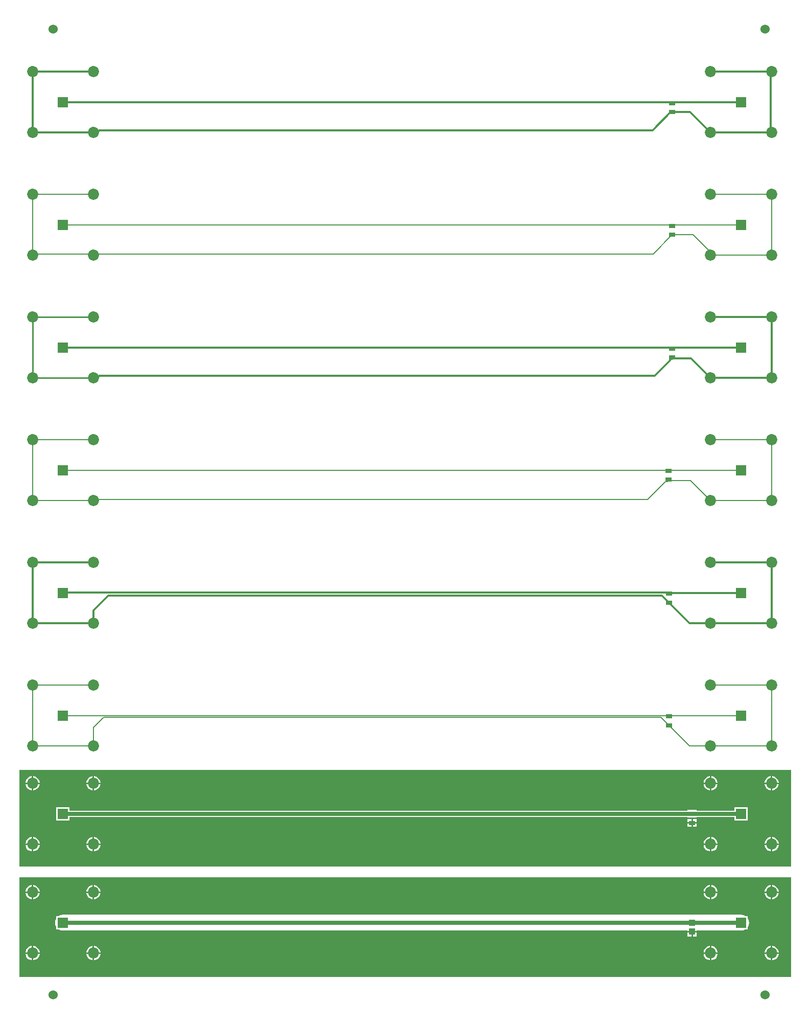
<source format=gbr>
%TF.GenerationSoftware,Altium Limited,Altium Designer,24.2.2 (26)*%
G04 Layer_Physical_Order=1*
G04 Layer_Color=255*
%FSLAX25Y25*%
%MOIN*%
%TF.SameCoordinates,61B93A5C-ACDD-4E93-83ED-5FE4BE46D4D4*%
%TF.FilePolarity,Positive*%
%TF.FileFunction,Copper,L1,Top,Signal*%
%TF.Part,Single*%
G01*
G75*
%TA.AperFunction,SMDPad,CuDef*%
%ADD10R,0.03937X0.02953*%
%ADD11R,0.03961X0.04153*%
%TA.AperFunction,Conductor*%
%ADD12C,0.01200*%
%ADD13C,0.00600*%
%ADD14C,0.01000*%
%ADD15C,0.02500*%
%TA.AperFunction,ComponentPad*%
%ADD16R,0.06693X0.06693*%
%ADD17C,0.07284*%
%TA.AperFunction,WasherPad*%
%ADD18C,0.06000*%
G36*
X603600Y127000D02*
X100000D01*
Y190000D01*
X603600D01*
Y127000D01*
D02*
G37*
G36*
Y55000D02*
X100000D01*
Y120000D01*
X603600D01*
Y55000D01*
D02*
G37*
%LPC*%
G36*
X591593Y186023D02*
X591482D01*
Y181882D01*
X595623D01*
Y181993D01*
X595307Y183173D01*
X594696Y184232D01*
X593832Y185096D01*
X592773Y185707D01*
X591593Y186023D01*
D02*
G37*
G36*
X551829D02*
X551718D01*
Y181882D01*
X555860D01*
Y181993D01*
X555544Y183173D01*
X554932Y184232D01*
X554068Y185096D01*
X553010Y185707D01*
X551829Y186023D01*
D02*
G37*
G36*
X148993D02*
X148882D01*
Y181882D01*
X153024D01*
Y181993D01*
X152707Y183173D01*
X152096Y184232D01*
X151232Y185096D01*
X150173Y185707D01*
X148993Y186023D01*
D02*
G37*
G36*
X147882D02*
X147771D01*
X146590Y185707D01*
X145532Y185096D01*
X144667Y184232D01*
X144056Y183173D01*
X143740Y181993D01*
Y181882D01*
X147882D01*
Y186023D01*
D02*
G37*
G36*
X109229D02*
X109118D01*
Y181882D01*
X113260D01*
Y181993D01*
X112944Y183173D01*
X112332Y184232D01*
X111468Y185096D01*
X110410Y185707D01*
X109229Y186023D01*
D02*
G37*
G36*
X108118D02*
X108007D01*
X106827Y185707D01*
X105768Y185096D01*
X104904Y184232D01*
X104293Y183173D01*
X103977Y181993D01*
Y181882D01*
X108118D01*
Y186023D01*
D02*
G37*
G36*
X590482D02*
X590371D01*
X589190Y185707D01*
X588132Y185096D01*
X587267Y184232D01*
X586656Y183173D01*
X586340Y181993D01*
Y181882D01*
X590482D01*
Y186023D01*
D02*
G37*
G36*
X550718D02*
X550607D01*
X549427Y185707D01*
X548368Y185096D01*
X547504Y184232D01*
X546893Y183173D01*
X546576Y181993D01*
Y181882D01*
X550718D01*
Y186023D01*
D02*
G37*
G36*
X595623Y180882D02*
X591482D01*
Y176740D01*
X591593D01*
X592773Y177056D01*
X593832Y177667D01*
X594696Y178532D01*
X595307Y179590D01*
X595623Y180771D01*
Y180882D01*
D02*
G37*
G36*
X590482D02*
X586340D01*
Y180771D01*
X586656Y179590D01*
X587267Y178532D01*
X588132Y177667D01*
X589190Y177056D01*
X590371Y176740D01*
X590482D01*
Y180882D01*
D02*
G37*
G36*
X555860D02*
X551718D01*
Y176740D01*
X551829D01*
X553010Y177056D01*
X554068Y177667D01*
X554932Y178532D01*
X555544Y179590D01*
X555860Y180771D01*
Y180882D01*
D02*
G37*
G36*
X550718D02*
X546576D01*
Y180771D01*
X546893Y179590D01*
X547504Y178532D01*
X548368Y177667D01*
X549427Y177056D01*
X550607Y176740D01*
X550718D01*
Y180882D01*
D02*
G37*
G36*
X153024D02*
X148882D01*
Y176740D01*
X148993D01*
X150173Y177056D01*
X151232Y177667D01*
X152096Y178532D01*
X152707Y179590D01*
X153024Y180771D01*
Y180882D01*
D02*
G37*
G36*
X147882D02*
X143740D01*
Y180771D01*
X144056Y179590D01*
X144667Y178532D01*
X145532Y177667D01*
X146590Y177056D01*
X147771Y176740D01*
X147882D01*
Y180882D01*
D02*
G37*
G36*
X113260D02*
X109118D01*
Y176740D01*
X109229D01*
X110410Y177056D01*
X111468Y177667D01*
X112332Y178532D01*
X112944Y179590D01*
X113260Y180771D01*
Y180882D01*
D02*
G37*
G36*
X108118D02*
X103977D01*
Y180771D01*
X104293Y179590D01*
X104904Y178532D01*
X105768Y177667D01*
X106827Y177056D01*
X108007Y176740D01*
X108118D01*
Y180882D01*
D02*
G37*
G36*
X575447Y165847D02*
X566753D01*
Y163520D01*
X542068D01*
Y163929D01*
X536131D01*
Y163520D01*
X132846D01*
Y165847D01*
X124153D01*
Y157153D01*
X132846D01*
Y159480D01*
X536131D01*
Y158976D01*
X542068D01*
Y159480D01*
X566753D01*
Y157153D01*
X575447D01*
Y165847D01*
D02*
G37*
G36*
X542068Y158024D02*
X539600D01*
Y156047D01*
X542068D01*
Y158024D01*
D02*
G37*
G36*
X538600D02*
X536131D01*
Y156047D01*
X538600D01*
Y158024D01*
D02*
G37*
G36*
X542068Y155047D02*
X539600D01*
Y153071D01*
X542068D01*
Y155047D01*
D02*
G37*
G36*
X538600D02*
X536131D01*
Y153071D01*
X538600D01*
Y155047D01*
D02*
G37*
G36*
X591593Y146260D02*
X591482D01*
Y142118D01*
X595623D01*
Y142229D01*
X595307Y143410D01*
X594696Y144468D01*
X593832Y145333D01*
X592773Y145944D01*
X591593Y146260D01*
D02*
G37*
G36*
X551829D02*
X551718D01*
Y142118D01*
X555860D01*
Y142229D01*
X555544Y143410D01*
X554932Y144468D01*
X554068Y145333D01*
X553010Y145944D01*
X551829Y146260D01*
D02*
G37*
G36*
X148993D02*
X148882D01*
Y142118D01*
X153024D01*
Y142229D01*
X152707Y143410D01*
X152096Y144468D01*
X151232Y145333D01*
X150173Y145944D01*
X148993Y146260D01*
D02*
G37*
G36*
X147882D02*
X147771D01*
X146590Y145944D01*
X145532Y145333D01*
X144667Y144468D01*
X144056Y143410D01*
X143740Y142229D01*
Y142118D01*
X147882D01*
Y146260D01*
D02*
G37*
G36*
X109229D02*
X109118D01*
Y142118D01*
X113260D01*
Y142229D01*
X112944Y143410D01*
X112332Y144468D01*
X111468Y145333D01*
X110410Y145944D01*
X109229Y146260D01*
D02*
G37*
G36*
X108118D02*
X108007D01*
X106827Y145944D01*
X105768Y145333D01*
X104904Y144468D01*
X104293Y143410D01*
X103977Y142229D01*
Y142118D01*
X108118D01*
Y146260D01*
D02*
G37*
G36*
X590482D02*
X590371D01*
X589190Y145944D01*
X588132Y145333D01*
X587267Y144468D01*
X586656Y143410D01*
X586340Y142229D01*
Y142118D01*
X590482D01*
Y146260D01*
D02*
G37*
G36*
X550718D02*
X550607D01*
X549427Y145944D01*
X548368Y145333D01*
X547504Y144468D01*
X546893Y143410D01*
X546576Y142229D01*
Y142118D01*
X550718D01*
Y146260D01*
D02*
G37*
G36*
X595623Y141118D02*
X591482D01*
Y136977D01*
X591593D01*
X592773Y137293D01*
X593832Y137904D01*
X594696Y138768D01*
X595307Y139827D01*
X595623Y141007D01*
Y141118D01*
D02*
G37*
G36*
X590482D02*
X586340D01*
Y141007D01*
X586656Y139827D01*
X587267Y138768D01*
X588132Y137904D01*
X589190Y137293D01*
X590371Y136977D01*
X590482D01*
Y141118D01*
D02*
G37*
G36*
X555860D02*
X551718D01*
Y136977D01*
X551829D01*
X553010Y137293D01*
X554068Y137904D01*
X554932Y138768D01*
X555544Y139827D01*
X555860Y141007D01*
Y141118D01*
D02*
G37*
G36*
X550718D02*
X546576D01*
Y141007D01*
X546893Y139827D01*
X547504Y138768D01*
X548368Y137904D01*
X549427Y137293D01*
X550607Y136977D01*
X550718D01*
Y141118D01*
D02*
G37*
G36*
X153024D02*
X148882D01*
Y136977D01*
X148993D01*
X150173Y137293D01*
X151232Y137904D01*
X152096Y138768D01*
X152707Y139827D01*
X153024Y141007D01*
Y141118D01*
D02*
G37*
G36*
X147882D02*
X143740D01*
Y141007D01*
X144056Y139827D01*
X144667Y138768D01*
X145532Y137904D01*
X146590Y137293D01*
X147771Y136977D01*
X147882D01*
Y141118D01*
D02*
G37*
G36*
X113260D02*
X109118D01*
Y136977D01*
X109229D01*
X110410Y137293D01*
X111468Y137904D01*
X112332Y138768D01*
X112944Y139827D01*
X113260Y141007D01*
Y141118D01*
D02*
G37*
G36*
X108118D02*
X103977D01*
Y141007D01*
X104293Y139827D01*
X104904Y138768D01*
X105768Y137904D01*
X106827Y137293D01*
X108007Y136977D01*
X108118D01*
Y141118D01*
D02*
G37*
G36*
X591593Y115024D02*
X591482D01*
Y110882D01*
X595623D01*
Y110993D01*
X595307Y112173D01*
X594696Y113232D01*
X593832Y114096D01*
X592773Y114707D01*
X591593Y115024D01*
D02*
G37*
G36*
X551829D02*
X551718D01*
Y110882D01*
X555860D01*
Y110993D01*
X555544Y112173D01*
X554932Y113232D01*
X554068Y114096D01*
X553010Y114707D01*
X551829Y115024D01*
D02*
G37*
G36*
X148993D02*
X148882D01*
Y110882D01*
X153024D01*
Y110993D01*
X152707Y112173D01*
X152096Y113232D01*
X151232Y114096D01*
X150173Y114707D01*
X148993Y115024D01*
D02*
G37*
G36*
X147882D02*
X147771D01*
X146590Y114707D01*
X145532Y114096D01*
X144667Y113232D01*
X144056Y112173D01*
X143740Y110993D01*
Y110882D01*
X147882D01*
Y115024D01*
D02*
G37*
G36*
X109229D02*
X109118D01*
Y110882D01*
X113260D01*
Y110993D01*
X112944Y112173D01*
X112332Y113232D01*
X111468Y114096D01*
X110410Y114707D01*
X109229Y115024D01*
D02*
G37*
G36*
X108118D02*
X108007D01*
X106827Y114707D01*
X105768Y114096D01*
X104904Y113232D01*
X104293Y112173D01*
X103977Y110993D01*
Y110882D01*
X108118D01*
Y115024D01*
D02*
G37*
G36*
X590482D02*
X590371D01*
X589190Y114707D01*
X588132Y114096D01*
X587267Y113232D01*
X586656Y112173D01*
X586340Y110993D01*
Y110882D01*
X590482D01*
Y115024D01*
D02*
G37*
G36*
X550718D02*
X550607D01*
X549427Y114707D01*
X548368Y114096D01*
X547504Y113232D01*
X546893Y112173D01*
X546576Y110993D01*
Y110882D01*
X550718D01*
Y115024D01*
D02*
G37*
G36*
X595623Y109882D02*
X591482D01*
Y105740D01*
X591593D01*
X592773Y106056D01*
X593832Y106667D01*
X594696Y107532D01*
X595307Y108590D01*
X595623Y109771D01*
Y109882D01*
D02*
G37*
G36*
X590482D02*
X586340D01*
Y109771D01*
X586656Y108590D01*
X587267Y107532D01*
X588132Y106667D01*
X589190Y106056D01*
X590371Y105740D01*
X590482D01*
Y109882D01*
D02*
G37*
G36*
X555860D02*
X551718D01*
Y105740D01*
X551829D01*
X553010Y106056D01*
X554068Y106667D01*
X554932Y107532D01*
X555544Y108590D01*
X555860Y109771D01*
Y109882D01*
D02*
G37*
G36*
X550718D02*
X546576D01*
Y109771D01*
X546893Y108590D01*
X547504Y107532D01*
X548368Y106667D01*
X549427Y106056D01*
X550607Y105740D01*
X550718D01*
Y109882D01*
D02*
G37*
G36*
X153024D02*
X148882D01*
Y105740D01*
X148993D01*
X150173Y106056D01*
X151232Y106667D01*
X152096Y107532D01*
X152707Y108590D01*
X153024Y109771D01*
Y109882D01*
D02*
G37*
G36*
X147882D02*
X143740D01*
Y109771D01*
X144056Y108590D01*
X144667Y107532D01*
X145532Y106667D01*
X146590Y106056D01*
X147771Y105740D01*
X147882D01*
Y109882D01*
D02*
G37*
G36*
X113260D02*
X109118D01*
Y105740D01*
X109229D01*
X110410Y106056D01*
X111468Y106667D01*
X112332Y107532D01*
X112944Y108590D01*
X113260Y109771D01*
Y109882D01*
D02*
G37*
G36*
X108118D02*
X103977D01*
Y109771D01*
X104293Y108590D01*
X104904Y107532D01*
X105768Y106667D01*
X106827Y106056D01*
X108007Y105740D01*
X108118D01*
Y109882D01*
D02*
G37*
G36*
X571100Y95694D02*
X128500D01*
X127156Y95517D01*
X125903Y94999D01*
X125705Y94846D01*
X124153D01*
Y93295D01*
X124002Y93097D01*
X123483Y91844D01*
X123306Y90500D01*
X123483Y89156D01*
X124002Y87903D01*
X124153Y87705D01*
Y86154D01*
X125705D01*
X125903Y86001D01*
X127156Y85483D01*
X128500Y85306D01*
X536119D01*
Y85143D01*
X539100D01*
X542081D01*
Y85306D01*
X571100D01*
X572444Y85483D01*
X573697Y86001D01*
X573895Y86154D01*
X575447D01*
Y87705D01*
X575598Y87903D01*
X576117Y89156D01*
X576294Y90500D01*
X576117Y91844D01*
X575598Y93097D01*
X575447Y93295D01*
Y94846D01*
X573895D01*
X573697Y94999D01*
X572444Y95517D01*
X571100Y95694D01*
D02*
G37*
G36*
X542081Y84143D02*
X539600D01*
Y81567D01*
X542081D01*
Y84143D01*
D02*
G37*
G36*
X538600D02*
X536119D01*
Y81567D01*
X538600D01*
Y84143D01*
D02*
G37*
G36*
X591593Y75260D02*
X591482D01*
Y71118D01*
X595623D01*
Y71229D01*
X595307Y72410D01*
X594696Y73468D01*
X593832Y74332D01*
X592773Y74944D01*
X591593Y75260D01*
D02*
G37*
G36*
X551829D02*
X551718D01*
Y71118D01*
X555860D01*
Y71229D01*
X555544Y72410D01*
X554932Y73468D01*
X554068Y74332D01*
X553010Y74944D01*
X551829Y75260D01*
D02*
G37*
G36*
X148993D02*
X148882D01*
Y71118D01*
X153024D01*
Y71229D01*
X152707Y72410D01*
X152096Y73468D01*
X151232Y74332D01*
X150173Y74944D01*
X148993Y75260D01*
D02*
G37*
G36*
X147882D02*
X147771D01*
X146590Y74944D01*
X145532Y74332D01*
X144667Y73468D01*
X144056Y72410D01*
X143740Y71229D01*
Y71118D01*
X147882D01*
Y75260D01*
D02*
G37*
G36*
X109229D02*
X109118D01*
Y71118D01*
X113260D01*
Y71229D01*
X112944Y72410D01*
X112332Y73468D01*
X111468Y74332D01*
X110410Y74944D01*
X109229Y75260D01*
D02*
G37*
G36*
X108118D02*
X108007D01*
X106827Y74944D01*
X105768Y74332D01*
X104904Y73468D01*
X104293Y72410D01*
X103977Y71229D01*
Y71118D01*
X108118D01*
Y75260D01*
D02*
G37*
G36*
X590482D02*
X590371D01*
X589190Y74944D01*
X588132Y74332D01*
X587267Y73468D01*
X586656Y72410D01*
X586340Y71229D01*
Y71118D01*
X590482D01*
Y75260D01*
D02*
G37*
G36*
X550718D02*
X550607D01*
X549427Y74944D01*
X548368Y74332D01*
X547504Y73468D01*
X546893Y72410D01*
X546576Y71229D01*
Y71118D01*
X550718D01*
Y75260D01*
D02*
G37*
G36*
X595623Y70118D02*
X591482D01*
Y65977D01*
X591593D01*
X592773Y66293D01*
X593832Y66904D01*
X594696Y67768D01*
X595307Y68827D01*
X595623Y70007D01*
Y70118D01*
D02*
G37*
G36*
X590482D02*
X586340D01*
Y70007D01*
X586656Y68827D01*
X587267Y67768D01*
X588132Y66904D01*
X589190Y66293D01*
X590371Y65977D01*
X590482D01*
Y70118D01*
D02*
G37*
G36*
X555860D02*
X551718D01*
Y65977D01*
X551829D01*
X553010Y66293D01*
X554068Y66904D01*
X554932Y67768D01*
X555544Y68827D01*
X555860Y70007D01*
Y70118D01*
D02*
G37*
G36*
X550718D02*
X546576D01*
Y70007D01*
X546893Y68827D01*
X547504Y67768D01*
X548368Y66904D01*
X549427Y66293D01*
X550607Y65977D01*
X550718D01*
Y70118D01*
D02*
G37*
G36*
X153024D02*
X148882D01*
Y65977D01*
X148993D01*
X150173Y66293D01*
X151232Y66904D01*
X152096Y67768D01*
X152707Y68827D01*
X153024Y70007D01*
Y70118D01*
D02*
G37*
G36*
X147882D02*
X143740D01*
Y70007D01*
X144056Y68827D01*
X144667Y67768D01*
X145532Y66904D01*
X146590Y66293D01*
X147771Y65977D01*
X147882D01*
Y70118D01*
D02*
G37*
G36*
X113260D02*
X109118D01*
Y65977D01*
X109229D01*
X110410Y66293D01*
X111468Y66904D01*
X112332Y67768D01*
X112944Y68827D01*
X113260Y70007D01*
Y70118D01*
D02*
G37*
G36*
X108118D02*
X103977D01*
Y70007D01*
X104293Y68827D01*
X104904Y67768D01*
X105768Y66904D01*
X106827Y66293D01*
X108007Y65977D01*
X108118D01*
Y70118D01*
D02*
G37*
%LPD*%
D10*
X526200Y538947D02*
D03*
Y544853D02*
D03*
X526200Y618947D02*
D03*
Y624853D02*
D03*
X524100Y299047D02*
D03*
Y304953D02*
D03*
X523700Y379300D02*
D03*
Y385206D02*
D03*
X524100Y224953D02*
D03*
Y219047D02*
D03*
X526200Y464853D02*
D03*
Y458947D02*
D03*
X539100Y155547D02*
D03*
Y161453D02*
D03*
D11*
Y84643D02*
D03*
Y90357D02*
D03*
D12*
X525216Y618947D02*
X526124D01*
X537889D01*
X513269Y607000D02*
X525216Y618947D01*
X148382Y605618D02*
X149546Y606782D01*
X151909D02*
X152127Y607000D01*
X108618Y605618D02*
X148382D01*
X149546Y606782D02*
X151909D01*
X152127Y607000D02*
X513269D01*
X551218Y645382D02*
X590121D01*
X590551Y644951D01*
Y606049D02*
Y644951D01*
X551218Y605618D02*
X590982D01*
X537889Y618947D02*
X551218Y605618D01*
X108618D02*
Y645382D01*
X149319D01*
X519347Y303800D02*
X524100Y299047D01*
X148382Y294051D02*
X158131Y303800D01*
X519347D01*
X131246Y305600D02*
X522731D01*
X524100Y305500D01*
X128500D02*
X131246Y305600D01*
X148382Y285618D02*
Y294051D01*
X151909Y446782D02*
X152127Y447000D01*
X514900D02*
X524831Y456931D01*
X148382Y445618D02*
X149546Y446782D01*
X151909D01*
X152127Y447000D02*
X514900D01*
X524831Y458071D02*
X525971D01*
X526200Y458300D02*
X538536D01*
X524831Y456931D02*
Y458071D01*
X525971D02*
X526200Y458300D01*
X128500Y625500D02*
X571100D01*
X128500Y465500D02*
X526200Y465500D01*
X590982Y445618D02*
Y485382D01*
X551218D02*
X590982D01*
X551218Y445618D02*
X590982D01*
X524100Y305500D02*
X571100D01*
X590982Y285618D02*
Y325382D01*
X551218D02*
X590982D01*
X537529Y285618D02*
X551218D01*
X590982D01*
X524347Y298800D02*
X537529Y285618D01*
X538536Y458300D02*
X551218Y445618D01*
X526200Y465500D02*
X571100Y465500D01*
X108618Y285618D02*
Y325382D01*
X148382D01*
X108618Y285618D02*
X148382D01*
D13*
X526174Y538974D02*
X539767D01*
X553122Y525618D01*
X513600Y526400D02*
X526174Y538974D01*
X108618Y526318D02*
X148382D01*
X108618D02*
Y565382D01*
Y525618D02*
Y526318D01*
X148382Y525618D02*
X149164Y526400D01*
X513600D01*
X551218Y565382D02*
X590982D01*
Y525618D02*
Y565382D01*
X553122Y525618D02*
X590982D01*
X108618Y565382D02*
X148382D01*
X510200Y366500D02*
X521824Y378124D01*
X151072Y366500D02*
X510200D01*
X150190Y365618D02*
X151072Y366500D01*
X108618Y365618D02*
X150190D01*
X521824Y378124D02*
X522924D01*
X523700Y378900D01*
X524100D01*
X537936D01*
X128500Y545500D02*
X572033D01*
X571100Y385500D02*
X572200D01*
X523700D02*
X571100D01*
X128500Y385500D02*
X523700Y385500D01*
X128500Y225500D02*
X571100D01*
X590982Y205618D02*
Y245382D01*
X537936Y378900D02*
X551218Y365618D01*
X590982Y365618D02*
Y405382D01*
X551218Y365618D02*
X590982D01*
X551218Y405382D02*
X590982D01*
X551218Y245382D02*
X590982D01*
X524100Y219047D02*
X537529Y205618D01*
X518847Y224300D02*
X524100Y219047D01*
X551218Y205618D02*
X590982D01*
X537529D02*
X551218D01*
X155100Y224300D02*
X518700D01*
X148400Y217600D02*
X155100Y224300D01*
X108618Y245382D02*
X148382D01*
X108618Y205618D02*
Y245382D01*
Y205618D02*
X148382D01*
X148400Y205636D01*
Y217600D01*
X108618Y405382D02*
X148382D01*
X108618Y365618D02*
Y405382D01*
D14*
X526174Y538974D02*
X526200Y538947D01*
X526124Y619024D02*
X526200Y618947D01*
X590100Y71500D02*
X590982Y70618D01*
X108618Y485382D02*
X148382D01*
X108618Y445618D02*
Y485382D01*
Y445618D02*
X148382D01*
D15*
X570900Y90500D02*
X571100D01*
X539100D02*
X570900D01*
X128500D02*
X539100D01*
X571100Y161500D02*
X571200D01*
X128953D02*
X571100D01*
D16*
Y385500D02*
D03*
Y545500D02*
D03*
X128500D02*
D03*
X571100Y625500D02*
D03*
X128500D02*
D03*
X571100Y305500D02*
D03*
Y225500D02*
D03*
Y465500D02*
D03*
X128500Y305500D02*
D03*
X571100Y161500D02*
D03*
Y90500D02*
D03*
X128500Y385500D02*
D03*
Y465500D02*
D03*
Y161500D02*
D03*
Y225500D02*
D03*
Y90500D02*
D03*
D17*
X590982Y365618D02*
D03*
X551218D02*
D03*
X590982Y405382D02*
D03*
X551218D02*
D03*
X590982Y525618D02*
D03*
X551218D02*
D03*
X590982Y565382D02*
D03*
X551218D02*
D03*
X148382Y525618D02*
D03*
X108618D02*
D03*
X148382Y565382D02*
D03*
X108618D02*
D03*
X551218Y645382D02*
D03*
X590982D02*
D03*
X551218Y605618D02*
D03*
X590982D02*
D03*
X148382D02*
D03*
X108618D02*
D03*
X148382Y645382D02*
D03*
X108618D02*
D03*
X551218Y325382D02*
D03*
X590982D02*
D03*
X551218Y285618D02*
D03*
X590982D02*
D03*
X551218Y245382D02*
D03*
X590982D02*
D03*
X551218Y205618D02*
D03*
X590982D02*
D03*
X551218Y485382D02*
D03*
X590982D02*
D03*
X551218Y445618D02*
D03*
X590982D02*
D03*
X108618Y325382D02*
D03*
X148382D02*
D03*
X108618Y285618D02*
D03*
X148382D02*
D03*
X590982Y141618D02*
D03*
X551218D02*
D03*
X590982Y181382D02*
D03*
X551218D02*
D03*
X590982Y70618D02*
D03*
X551218D02*
D03*
X590982Y110382D02*
D03*
X551218D02*
D03*
X148382Y365618D02*
D03*
X108618D02*
D03*
X148382Y405382D02*
D03*
X108618D02*
D03*
X148382Y445618D02*
D03*
X108618D02*
D03*
X148382Y485382D02*
D03*
X108618D02*
D03*
X148382Y141618D02*
D03*
X108618D02*
D03*
X148382Y181382D02*
D03*
X108618D02*
D03*
X148382Y205618D02*
D03*
X108618D02*
D03*
X148382Y245382D02*
D03*
X108618D02*
D03*
X148382Y70618D02*
D03*
X108618D02*
D03*
X148382Y110382D02*
D03*
X108618D02*
D03*
D18*
X586614Y43307D02*
D03*
X122047D02*
D03*
X122047Y673228D02*
D03*
X586614D02*
D03*
%TF.MD5,5492c1b5a98a3ca4b9554f2d0d8edd2c*%
M02*

</source>
